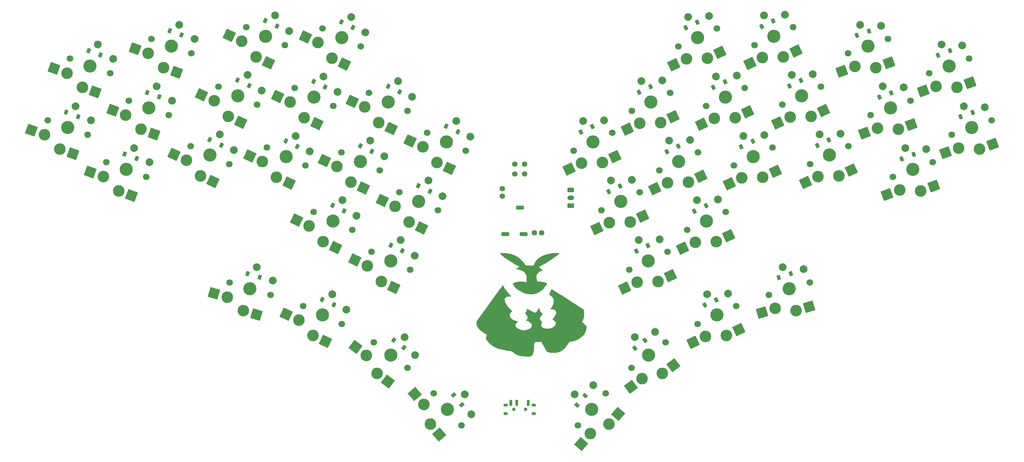
<source format=gbs>
%TF.GenerationSoftware,KiCad,Pcbnew,6.0.11-3.fc36*%
%TF.CreationDate,2023-03-10T01:36:50-05:00*%
%TF.ProjectId,moth,6d6f7468-2e6b-4696-9361-645f70636258,v1.0.0*%
%TF.SameCoordinates,Original*%
%TF.FileFunction,Soldermask,Bot*%
%TF.FilePolarity,Negative*%
%FSLAX46Y46*%
G04 Gerber Fmt 4.6, Leading zero omitted, Abs format (unit mm)*
G04 Created by KiCad (PCBNEW 6.0.11-3.fc36) date 2023-03-10 01:36:50*
%MOMM*%
%LPD*%
G01*
G04 APERTURE LIST*
G04 Aperture macros list*
%AMRoundRect*
0 Rectangle with rounded corners*
0 $1 Rounding radius*
0 $2 $3 $4 $5 $6 $7 $8 $9 X,Y pos of 4 corners*
0 Add a 4 corners polygon primitive as box body*
4,1,4,$2,$3,$4,$5,$6,$7,$8,$9,$2,$3,0*
0 Add four circle primitives for the rounded corners*
1,1,$1+$1,$2,$3*
1,1,$1+$1,$4,$5*
1,1,$1+$1,$6,$7*
1,1,$1+$1,$8,$9*
0 Add four rect primitives between the rounded corners*
20,1,$1+$1,$2,$3,$4,$5,0*
20,1,$1+$1,$4,$5,$6,$7,0*
20,1,$1+$1,$6,$7,$8,$9,0*
20,1,$1+$1,$8,$9,$2,$3,0*%
%AMRotRect*
0 Rectangle, with rotation*
0 The origin of the aperture is its center*
0 $1 length*
0 $2 width*
0 $3 Rotation angle, in degrees counterclockwise*
0 Add horizontal line*
21,1,$1,$2,0,0,$3*%
G04 Aperture macros list end*
%ADD10C,3.400000*%
%ADD11C,3.000000*%
%ADD12C,1.700000*%
%ADD13C,2.000000*%
%ADD14RotRect,2.600000X2.600000X205.000000*%
%ADD15RotRect,0.900000X1.200000X335.000000*%
%ADD16RotRect,2.600000X2.600000X155.000000*%
%ADD17RotRect,0.900000X1.200000X343.000000*%
%ADD18RotRect,2.600000X2.600000X200.000000*%
%ADD19RotRect,2.600000X2.600000X160.000000*%
%ADD20RotRect,0.900000X1.200000X25.000000*%
%ADD21RotRect,0.900000X1.200000X20.000000*%
%ADD22RotRect,0.900000X1.200000X49.000000*%
%ADD23C,1.397000*%
%ADD24RotRect,2.600000X2.600000X131.000000*%
%ADD25RotRect,2.600000X2.600000X217.000000*%
%ADD26RotRect,2.600000X2.600000X163.000000*%
%ADD27RotRect,0.900000X1.200000X340.000000*%
%ADD28RotRect,0.900000X1.200000X311.000000*%
%ADD29RotRect,0.900000X1.200000X17.000000*%
%ADD30RotRect,0.900000X1.200000X323.000000*%
%ADD31RotRect,2.600000X2.600000X143.000000*%
%ADD32RotRect,0.900000X1.200000X37.000000*%
%ADD33RotRect,2.600000X2.600000X197.000000*%
%ADD34RotRect,2.600000X2.600000X229.000000*%
%ADD35RoundRect,0.250000X0.750000X-0.250000X0.750000X0.250000X-0.750000X0.250000X-0.750000X-0.250000X0*%
%ADD36RoundRect,0.250000X-0.750000X0.250000X-0.750000X-0.250000X0.750000X-0.250000X0.750000X0.250000X0*%
%ADD37C,0.900000*%
%ADD38R,1.000000X0.800000*%
%ADD39R,0.700000X1.500000*%
%ADD40RoundRect,0.250000X0.625000X-0.350000X0.625000X0.350000X-0.625000X0.350000X-0.625000X-0.350000X0*%
%ADD41O,1.750000X1.200000*%
%ADD42RoundRect,0.300000X0.575000X-0.300000X0.575000X0.300000X-0.575000X0.300000X-0.575000X-0.300000X0*%
G04 APERTURE END LIST*
G36*
X199247122Y-159686119D02*
G01*
X200253838Y-159791857D01*
X201221277Y-160033920D01*
X202127107Y-160403616D01*
X202948996Y-160892254D01*
X203664614Y-161491145D01*
X203837800Y-161670599D01*
X204108193Y-161979309D01*
X204329519Y-162266232D01*
X204465952Y-162486854D01*
X204645361Y-162864353D01*
X205196777Y-162916433D01*
X205455624Y-162936815D01*
X205895573Y-162959879D01*
X206293556Y-162969095D01*
X206838919Y-162969678D01*
X206966288Y-162595870D01*
X207120781Y-162250209D01*
X207455934Y-161756346D01*
X207903351Y-161279511D01*
X208434770Y-160848621D01*
X209021929Y-160492592D01*
X209375422Y-160332887D01*
X209927748Y-160131827D01*
X210534788Y-159953065D01*
X211135482Y-159816144D01*
X211375403Y-159777236D01*
X211762414Y-159733740D01*
X212171702Y-159705101D01*
X212572383Y-159691601D01*
X212933573Y-159693525D01*
X213224385Y-159711157D01*
X213413935Y-159744780D01*
X213471337Y-159794678D01*
X213385156Y-159911549D01*
X213175644Y-160104931D01*
X212863784Y-160356543D01*
X212469180Y-160652891D01*
X212011439Y-160980482D01*
X211510165Y-161325824D01*
X210984964Y-161675424D01*
X210455441Y-162015788D01*
X209941201Y-162333424D01*
X209461850Y-162614838D01*
X209036993Y-162846538D01*
X208172909Y-163293620D01*
X208702394Y-163742815D01*
X209231879Y-164192009D01*
X208923908Y-164277398D01*
X208647816Y-164369048D01*
X208173050Y-164628553D01*
X207833317Y-164980284D01*
X207629400Y-165423275D01*
X207562083Y-165956560D01*
X207570372Y-166170051D01*
X207608071Y-166501393D01*
X207665735Y-166759194D01*
X207677367Y-166793598D01*
X207758958Y-166976037D01*
X207873078Y-167051561D01*
X208082502Y-167066452D01*
X208237828Y-167072120D01*
X208582665Y-167110393D01*
X208966409Y-167177395D01*
X209355542Y-167264447D01*
X209716547Y-167362870D01*
X210015905Y-167463982D01*
X210220100Y-167559106D01*
X210295613Y-167639560D01*
X210293566Y-167657762D01*
X210222552Y-167814842D01*
X210068066Y-168053369D01*
X209854460Y-168341714D01*
X209606084Y-168648249D01*
X209347289Y-168941342D01*
X209102428Y-169189366D01*
X208581129Y-169616530D01*
X207867943Y-170033997D01*
X207118021Y-170298565D01*
X206738558Y-170370586D01*
X205932352Y-170408339D01*
X205092710Y-170303553D01*
X204953568Y-170270593D01*
X204445375Y-170102463D01*
X203884646Y-169859980D01*
X203324359Y-169569870D01*
X202817491Y-169258861D01*
X202417021Y-168953679D01*
X202387498Y-168927097D01*
X202118952Y-168659937D01*
X201864268Y-168367222D01*
X201649765Y-168083470D01*
X201501764Y-167843199D01*
X201446581Y-167680926D01*
X201446583Y-167680561D01*
X201519550Y-167589980D01*
X201710400Y-167473418D01*
X201979476Y-167349195D01*
X202287121Y-167235630D01*
X202593678Y-167151043D01*
X202630440Y-167143291D01*
X203206542Y-167077651D01*
X203836168Y-167091882D01*
X204436550Y-167184483D01*
X204667391Y-167232937D01*
X204873756Y-167262781D01*
X204969131Y-167258122D01*
X204980035Y-167219456D01*
X204995853Y-167045552D01*
X205006730Y-166767942D01*
X205010775Y-166424435D01*
X205008331Y-166113710D01*
X204992735Y-165824101D01*
X204953736Y-165607348D01*
X204881194Y-165412459D01*
X204764968Y-165188443D01*
X204699744Y-165079703D01*
X204439061Y-164740948D01*
X204150452Y-164471885D01*
X204000301Y-164372979D01*
X203635084Y-164186530D01*
X203223386Y-164025965D01*
X202825848Y-163913404D01*
X202503112Y-163870968D01*
X202451772Y-163870187D01*
X202304040Y-163845544D01*
X202296255Y-163781149D01*
X202432503Y-163670009D01*
X202716868Y-163505132D01*
X202928274Y-163385701D01*
X203099497Y-163276846D01*
X203163945Y-163218358D01*
X203142946Y-163198488D01*
X203006378Y-163118755D01*
X202771016Y-162998426D01*
X202469985Y-162854853D01*
X202052488Y-162647540D01*
X201416804Y-162293536D01*
X200734179Y-161877018D01*
X200047826Y-161424625D01*
X199400960Y-160962996D01*
X199145119Y-160766951D01*
X198788766Y-160475766D01*
X198487286Y-160207983D01*
X198259989Y-159981989D01*
X198126183Y-159816176D01*
X198105177Y-159728931D01*
X198164122Y-159713845D01*
X198359798Y-159697010D01*
X198655812Y-159685770D01*
X199015787Y-159682000D01*
X199247122Y-159686119D01*
G37*
G36*
X198901051Y-168033801D02*
G01*
X198979067Y-168144561D01*
X199068119Y-168344114D01*
X199149185Y-168518002D01*
X199347899Y-168848278D01*
X199621424Y-169242111D01*
X199946229Y-169667730D01*
X200298783Y-170093368D01*
X200655557Y-170487258D01*
X201144814Y-170999355D01*
X200596614Y-170999355D01*
X200391299Y-171004255D01*
X199915311Y-171070946D01*
X199580010Y-171218804D01*
X199383081Y-171451777D01*
X199322209Y-171773815D01*
X199395081Y-172188867D01*
X199599380Y-172700882D01*
X199658765Y-172819510D01*
X199883711Y-173192371D01*
X200181384Y-173578103D01*
X200582306Y-174017594D01*
X201282111Y-174743531D01*
X201109821Y-174899346D01*
X201073978Y-174934931D01*
X200918473Y-175134731D01*
X200773843Y-175375886D01*
X200670903Y-175660280D01*
X200668162Y-176041564D01*
X200822558Y-176404493D01*
X201130235Y-176741158D01*
X201587333Y-177043647D01*
X201834627Y-177162388D01*
X202155095Y-177286728D01*
X202414333Y-177356384D01*
X202503636Y-177371322D01*
X202685281Y-177407095D01*
X202757549Y-177430301D01*
X202737500Y-177458535D01*
X202633639Y-177577331D01*
X202470907Y-177753265D01*
X202313902Y-177938456D01*
X202138053Y-178267698D01*
X202123170Y-178575783D01*
X202270011Y-178872609D01*
X202579334Y-179168075D01*
X202818834Y-179318183D01*
X203161949Y-179483599D01*
X203513083Y-179613705D01*
X203530353Y-179618942D01*
X203850370Y-179707920D01*
X204092456Y-179746216D01*
X204329465Y-179738842D01*
X204634249Y-179690806D01*
X205176315Y-179561486D01*
X205679900Y-179365656D01*
X206052367Y-179124752D01*
X206283406Y-178845664D01*
X206362710Y-178535284D01*
X206317241Y-178276364D01*
X206134980Y-177945479D01*
X205839963Y-177648998D01*
X205460856Y-177414106D01*
X205026329Y-177267990D01*
X204796078Y-177220855D01*
X204998904Y-176979810D01*
X205054942Y-176909087D01*
X205232842Y-176559211D01*
X205248407Y-176212954D01*
X205102813Y-175878568D01*
X204797235Y-175564308D01*
X204539480Y-175362585D01*
X204716948Y-175185117D01*
X204758550Y-175141211D01*
X204976277Y-174780378D01*
X205051742Y-174353376D01*
X205064819Y-174184110D01*
X205096620Y-174112903D01*
X205104954Y-174115204D01*
X205219735Y-174169842D01*
X205443129Y-174286204D01*
X205747395Y-174449636D01*
X206104791Y-174645484D01*
X206178496Y-174685965D01*
X206543427Y-174878533D01*
X206862916Y-175034840D01*
X207104760Y-175139733D01*
X207236760Y-175178065D01*
X207283401Y-175169639D01*
X207416600Y-175075818D01*
X207591651Y-174865388D01*
X207822650Y-174522581D01*
X207929132Y-174359754D01*
X208108174Y-174106507D01*
X208249821Y-173932062D01*
X208330317Y-173867097D01*
X208359503Y-173871738D01*
X208376798Y-173938242D01*
X208368793Y-174004237D01*
X208391244Y-174195033D01*
X208446803Y-174450339D01*
X208495966Y-174616266D01*
X208647244Y-174920635D01*
X208895219Y-175188845D01*
X209033816Y-175315336D01*
X209145925Y-175441170D01*
X209160017Y-175523581D01*
X209093492Y-175598523D01*
X209049888Y-175635777D01*
X208759613Y-175967571D01*
X208564450Y-176345748D01*
X208493033Y-176716974D01*
X208508856Y-176949844D01*
X208587791Y-177144559D01*
X208767327Y-177342892D01*
X209041621Y-177601584D01*
X208890230Y-177883869D01*
X208885702Y-177892369D01*
X208759346Y-178253524D01*
X208789025Y-178568498D01*
X208976092Y-178841020D01*
X209321898Y-179074820D01*
X209594828Y-179197753D01*
X209997917Y-179306089D01*
X210424804Y-179318030D01*
X210933799Y-179239535D01*
X211380584Y-179129633D01*
X211711993Y-179007588D01*
X211967344Y-178853669D01*
X212190602Y-178647154D01*
X212322496Y-178495418D01*
X212531815Y-178165554D01*
X212590286Y-177868665D01*
X212498891Y-177585223D01*
X212258615Y-177295701D01*
X212117460Y-177170790D01*
X211930145Y-177033864D01*
X211807970Y-176980645D01*
X211804761Y-176980632D01*
X211705433Y-176946075D01*
X211716843Y-176837908D01*
X211843846Y-176645465D01*
X212091295Y-176358079D01*
X212383204Y-175993236D01*
X212609940Y-175576511D01*
X212699457Y-175195200D01*
X212649003Y-174862642D01*
X212455823Y-174592176D01*
X212345973Y-174517448D01*
X212065651Y-174398472D01*
X211731730Y-174311347D01*
X211414180Y-174277231D01*
X211180811Y-174276774D01*
X211358658Y-174010484D01*
X211688777Y-173432564D01*
X211917352Y-172837627D01*
X212022768Y-172273875D01*
X211997106Y-171769112D01*
X211890368Y-171478644D01*
X211674947Y-171144891D01*
X211402335Y-170857324D01*
X211118259Y-170672976D01*
X211032831Y-170634553D01*
X210916529Y-170547536D01*
X210884154Y-170422668D01*
X210932958Y-170224115D01*
X211060191Y-169916046D01*
X211135873Y-169737334D01*
X211243007Y-169458160D01*
X211309429Y-169250776D01*
X211382587Y-169085452D01*
X211491475Y-169065525D01*
X211569799Y-169110586D01*
X211775609Y-169237652D01*
X212095123Y-169438393D01*
X212515898Y-169704888D01*
X213025489Y-170029216D01*
X213611453Y-170403456D01*
X214261346Y-170819687D01*
X214962725Y-171269987D01*
X215703145Y-171746437D01*
X219790976Y-174379826D01*
X219846704Y-174825857D01*
X219884585Y-175329019D01*
X219863400Y-175964574D01*
X219767874Y-176541192D01*
X219603125Y-177012936D01*
X219377965Y-177473147D01*
X219964939Y-178123212D01*
X220551914Y-178773276D01*
X220465533Y-179328120D01*
X220283104Y-180028859D01*
X219953707Y-180683566D01*
X219487843Y-181259687D01*
X218891858Y-181752016D01*
X218172097Y-182155347D01*
X217334907Y-182464476D01*
X216386633Y-182674195D01*
X216308460Y-182687651D01*
X216150825Y-182734474D01*
X216026591Y-182825621D01*
X215899194Y-182994660D01*
X215732072Y-183275161D01*
X215493421Y-183637409D01*
X215134540Y-184078741D01*
X214729094Y-184498131D01*
X214317508Y-184854277D01*
X213940209Y-185105876D01*
X213726125Y-185212856D01*
X213100297Y-185438542D01*
X212420668Y-185552888D01*
X211647549Y-185563823D01*
X211160685Y-185532489D01*
X210789018Y-185476272D01*
X210510362Y-185376993D01*
X210288916Y-185215852D01*
X210088880Y-184974052D01*
X209874453Y-184632795D01*
X209853167Y-184596440D01*
X209620062Y-184184520D01*
X209372395Y-183727435D01*
X209160334Y-183317580D01*
X208826406Y-182649032D01*
X208516332Y-182686679D01*
X208515598Y-182686768D01*
X208275080Y-182713593D01*
X207943261Y-182747682D01*
X207591742Y-182781680D01*
X206977226Y-182839032D01*
X206923584Y-183926189D01*
X206905008Y-184262097D01*
X206851373Y-184910841D01*
X206775293Y-185421430D01*
X206669080Y-185811414D01*
X206525047Y-186098344D01*
X206335508Y-186299770D01*
X206092775Y-186433244D01*
X205789162Y-186516317D01*
X205745183Y-186523033D01*
X205479453Y-186536631D01*
X205108765Y-186530424D01*
X204679045Y-186507394D01*
X204236221Y-186470528D01*
X203826220Y-186422810D01*
X203494968Y-186367224D01*
X202932340Y-186228347D01*
X202385211Y-186032782D01*
X201944120Y-185791404D01*
X201578263Y-185490117D01*
X201381724Y-185303084D01*
X201200930Y-185167839D01*
X201034401Y-185106623D01*
X200831093Y-185092258D01*
X200771322Y-185090858D01*
X200491810Y-185068607D01*
X200132917Y-185024890D01*
X199757153Y-184966999D01*
X198647028Y-184734261D01*
X197570977Y-184408412D01*
X196638916Y-184008251D01*
X195851541Y-183534139D01*
X195209550Y-182986434D01*
X194713637Y-182365495D01*
X194616052Y-182209578D01*
X194539930Y-182055688D01*
X194504748Y-181898974D01*
X194507651Y-181699843D01*
X194545781Y-181418705D01*
X194616283Y-181015968D01*
X194624345Y-180967021D01*
X194624857Y-180799568D01*
X194552635Y-180750028D01*
X194545835Y-180749645D01*
X194406676Y-180694105D01*
X194175135Y-180560123D01*
X193883476Y-180370195D01*
X193563964Y-180146814D01*
X193248863Y-179912475D01*
X192970438Y-179689672D01*
X192760953Y-179500900D01*
X192678956Y-179416409D01*
X192339175Y-178975990D01*
X192135896Y-178507074D01*
X192047874Y-177963871D01*
X192014366Y-177431290D01*
X195413864Y-172736407D01*
X195845966Y-172140241D01*
X196389227Y-171392443D01*
X196899141Y-170692479D01*
X197367889Y-170050979D01*
X197787655Y-169478576D01*
X198150620Y-168985900D01*
X198448967Y-168583585D01*
X198674878Y-168282261D01*
X198820536Y-168092561D01*
X198878122Y-168025117D01*
X198901051Y-168033801D01*
G37*
D10*
X249284969Y-103903793D03*
D11*
X246359379Y-109460854D03*
D12*
X244300276Y-106228193D03*
X254269662Y-101579393D03*
D11*
X251778417Y-109251009D03*
D13*
X246791521Y-98556577D03*
D14*
X255018467Y-107740149D03*
D13*
X252210559Y-98346732D03*
D14*
X243119329Y-110971714D03*
D15*
X125977727Y-131753942D03*
X122986912Y-130359302D03*
D12*
X164217696Y-118249600D03*
D11*
X166708941Y-125921216D03*
X163064901Y-121904878D03*
D10*
X169202389Y-120574000D03*
D12*
X174187082Y-122898400D03*
D13*
X171695837Y-115226784D03*
D16*
X169948992Y-127432076D03*
X159824850Y-120394018D03*
D13*
X175339877Y-119243122D03*
D17*
X135927029Y-165985219D03*
X132771223Y-165020393D03*
D10*
X305014343Y-138080360D03*
D11*
X301615556Y-143361293D03*
X307032262Y-143624546D03*
D12*
X310182652Y-136199249D03*
X299846034Y-139961471D03*
D18*
X310391663Y-142401824D03*
D13*
X302996424Y-132536174D03*
D18*
X298256155Y-144584015D03*
D13*
X308413130Y-132799427D03*
D12*
X157153028Y-178058300D03*
D11*
X149674887Y-181081116D03*
D12*
X147183642Y-173409500D03*
D11*
X146030847Y-177064778D03*
D10*
X152168335Y-175733900D03*
D16*
X152914938Y-182591976D03*
D13*
X154661783Y-170386684D03*
D16*
X142790796Y-175553918D03*
D13*
X158305823Y-174403022D03*
D11*
X89977715Y-116794946D03*
D10*
X91995634Y-111250760D03*
D11*
X85997494Y-113111491D03*
D12*
X86827325Y-109369649D03*
X97163943Y-113131871D03*
D19*
X93337116Y-118017668D03*
D13*
X94013553Y-105706574D03*
X97993774Y-109390029D03*
D19*
X82638093Y-111888769D03*
D20*
X249168321Y-99986027D03*
X246177505Y-101380667D03*
D10*
X320218709Y-127225534D03*
D11*
X322236628Y-132769720D03*
X316819922Y-132506467D03*
D12*
X325387018Y-125344423D03*
X315050400Y-129106645D03*
D13*
X318200790Y-121681348D03*
D18*
X325596029Y-131546998D03*
X313460521Y-133729189D03*
D13*
X323617496Y-121944601D03*
D20*
X229219788Y-142389518D03*
X226228972Y-143784158D03*
D21*
X305239594Y-134167336D03*
X302138608Y-135296002D03*
D12*
X154915214Y-121635426D03*
D11*
X147437073Y-124658242D03*
D12*
X144945828Y-116986626D03*
D11*
X143793033Y-120641904D03*
D10*
X149930521Y-119311026D03*
D13*
X152423969Y-113963810D03*
D16*
X150677124Y-126169102D03*
D13*
X156068009Y-117980148D03*
D16*
X140552982Y-119131044D03*
D22*
X220176456Y-196637036D03*
X218011461Y-199127577D03*
D15*
X172805256Y-159106867D03*
X169814441Y-157712227D03*
D20*
X276047318Y-115036593D03*
X273056502Y-116431233D03*
D23*
X201930000Y-136716000D03*
X204470000Y-136716000D03*
X201930000Y-139256000D03*
X204470000Y-139256000D03*
X198755000Y-144971000D03*
X198755000Y-143066000D03*
X207010000Y-154496000D03*
X208915000Y-154496000D03*
D20*
X283231828Y-130443826D03*
X280241012Y-131838466D03*
D15*
X133162237Y-116346709D03*
X130171422Y-114952069D03*
D12*
X304368309Y-120224474D03*
D11*
X295801213Y-127386518D03*
X301217919Y-127649771D03*
D10*
X299200000Y-122105585D03*
D12*
X294031691Y-123986696D03*
D13*
X297182081Y-116561399D03*
D18*
X304577320Y-126427049D03*
X292441812Y-128609240D03*
D13*
X302598787Y-116824652D03*
D15*
X164944081Y-133373582D03*
X161953266Y-131978942D03*
D20*
X256352831Y-115393260D03*
X253362015Y-116787900D03*
D12*
X188131807Y-204319551D03*
D10*
X184523482Y-200168648D03*
D12*
X180915157Y-196017745D03*
D11*
X178375290Y-198888124D03*
X180070695Y-204039396D03*
D24*
X182416107Y-206737483D03*
D13*
X188976269Y-196297900D03*
X190671674Y-201449172D03*
D24*
X176029879Y-196190038D03*
D12*
X251484787Y-121635426D03*
X261454173Y-116986626D03*
D11*
X253543890Y-124868087D03*
X258962928Y-124658242D03*
D10*
X256469480Y-119311026D03*
D14*
X262202978Y-123147382D03*
D13*
X253976032Y-113963810D03*
X259395070Y-113753965D03*
D14*
X250303840Y-126378947D03*
D12*
X227136619Y-128575652D03*
D11*
X219226336Y-136457113D03*
D10*
X222151926Y-130900052D03*
D11*
X224645374Y-136247268D03*
D12*
X217167233Y-133224452D03*
D14*
X227885424Y-134736408D03*
D13*
X219658478Y-125552836D03*
D14*
X215986286Y-137967973D03*
D13*
X225077516Y-125342991D03*
D10*
X169879054Y-161714517D03*
D11*
X167385606Y-167061733D03*
D12*
X174863747Y-164038917D03*
X164894361Y-159390117D03*
D11*
X163741566Y-163045395D03*
D13*
X172372502Y-156367301D03*
D16*
X170625657Y-168572593D03*
D13*
X176016542Y-160383639D03*
D16*
X160501515Y-161534535D03*
D11*
X240137386Y-190877304D03*
D12*
X240979172Y-182855371D03*
D10*
X236586677Y-186165354D03*
D12*
X232194182Y-189475337D03*
D11*
X234880397Y-192209244D03*
D13*
X233035968Y-181453404D03*
D25*
X242992508Y-188725815D03*
X232025275Y-194360733D03*
D13*
X238292957Y-180121464D03*
D11*
X174570116Y-151654500D03*
X170926076Y-147638162D03*
D12*
X182048257Y-148631684D03*
D10*
X177063564Y-146307284D03*
D12*
X172078871Y-143982884D03*
D13*
X179557012Y-140960068D03*
D16*
X177810167Y-153165360D03*
D13*
X183201052Y-144976406D03*
D16*
X167686025Y-146127302D03*
D10*
X107200000Y-122105585D03*
D11*
X101201860Y-123966316D03*
D12*
X102031691Y-120224474D03*
D11*
X105182081Y-127649771D03*
D12*
X112368309Y-123986696D03*
D19*
X108541482Y-128872493D03*
D13*
X109217919Y-116561399D03*
X113198140Y-120244854D03*
D19*
X97842459Y-122743594D03*
D12*
X128132542Y-167366696D03*
X138651894Y-170582784D03*
D11*
X131667225Y-174616938D03*
X127499682Y-171146840D03*
D10*
X133392218Y-168974740D03*
D13*
X135117211Y-163332542D03*
D26*
X135086014Y-175662167D03*
X124080892Y-170101611D03*
D13*
X139284754Y-166802640D03*
D11*
X233595357Y-167271578D03*
D10*
X236520947Y-161714517D03*
D11*
X239014395Y-167061733D03*
D12*
X231536254Y-164038917D03*
X241505640Y-159390117D03*
D14*
X242254445Y-165550873D03*
D13*
X234027499Y-156367301D03*
X239446537Y-156157456D03*
D14*
X230355307Y-168782438D03*
D20*
X222035278Y-126982286D03*
X219044462Y-128376926D03*
D12*
X298553967Y-104249700D03*
D10*
X293385658Y-106130811D03*
D11*
X289986871Y-111411744D03*
X295403577Y-111674997D03*
D12*
X288217349Y-108011922D03*
D13*
X291367739Y-100586625D03*
D18*
X298762978Y-110452275D03*
X286627470Y-112634466D03*
D13*
X296784445Y-100849878D03*
D21*
X299425252Y-118192561D03*
X296324266Y-119321227D03*
D11*
X251306076Y-181290961D03*
D12*
X259216359Y-173409500D03*
D10*
X254231666Y-175733900D03*
D12*
X249246973Y-178058300D03*
D11*
X256725114Y-181081116D03*
D14*
X259965164Y-179570256D03*
D13*
X251738218Y-170386684D03*
D14*
X248066026Y-182801821D03*
D13*
X257157256Y-170176839D03*
D15*
X179989766Y-143699634D03*
X176998951Y-142304994D03*
D27*
X94683430Y-108397997D03*
X91582444Y-107269331D03*
D15*
X172128591Y-117966350D03*
X169137776Y-116571710D03*
D10*
X157115031Y-103903793D03*
D11*
X150977543Y-105234671D03*
D12*
X152130338Y-101579393D03*
X162099724Y-106228193D03*
D11*
X154621583Y-109251009D03*
D13*
X159608479Y-98556577D03*
D16*
X157861634Y-110761869D03*
X147737492Y-103723811D03*
D13*
X163252519Y-102572915D03*
D27*
X115702139Y-103278049D03*
X112601153Y-102149383D03*
D28*
X188257327Y-198976635D03*
X186092333Y-196486094D03*
D10*
X130236035Y-118954359D03*
D12*
X125251342Y-116629959D03*
X135220728Y-121278759D03*
D11*
X127742587Y-124301575D03*
X124098547Y-120285237D03*
D13*
X132729483Y-113607143D03*
D16*
X130982638Y-125812435D03*
X120858496Y-118774377D03*
D13*
X136373523Y-117623481D03*
D20*
X236404299Y-157796751D03*
X233413483Y-159191391D03*
D15*
X152856723Y-116703376D03*
X149865908Y-115308736D03*
D12*
X288333169Y-132037191D03*
D11*
X285841924Y-139708807D03*
D12*
X278363783Y-136685991D03*
D11*
X280422886Y-139918652D03*
D10*
X283348476Y-134361591D03*
D13*
X280855028Y-129014375D03*
D14*
X289081974Y-138197947D03*
D13*
X286274066Y-128804530D03*
D14*
X277182836Y-141429512D03*
D10*
X162017879Y-135981232D03*
D11*
X155880391Y-137312110D03*
D12*
X157033186Y-133656832D03*
D11*
X159524431Y-141328448D03*
D12*
X167002572Y-138305632D03*
D13*
X164511327Y-130634016D03*
D16*
X162764482Y-142839308D03*
D13*
X168155367Y-134650354D03*
D16*
X152640340Y-135801250D03*
D29*
X273437517Y-165078867D03*
X270281711Y-166043694D03*
D15*
X155094537Y-173126250D03*
X152103722Y-171731610D03*
D12*
X232212919Y-122898400D03*
D11*
X234272022Y-126131061D03*
X239691060Y-125921216D03*
D12*
X242182305Y-118249600D03*
D10*
X237197612Y-120574000D03*
D13*
X234704164Y-115226784D03*
D14*
X242931110Y-124410356D03*
X231031972Y-127641921D03*
D13*
X240123202Y-115016939D03*
D12*
X142405238Y-105871527D03*
D11*
X131283057Y-104878005D03*
D12*
X132435852Y-101222727D03*
D11*
X134927097Y-108894343D03*
D10*
X137420545Y-103547127D03*
D16*
X138167148Y-110405203D03*
D13*
X139913993Y-98199911D03*
X143558033Y-102216249D03*
D16*
X128043006Y-103367145D03*
D11*
X178110586Y-132230930D03*
D10*
X184248074Y-130900052D03*
D11*
X181754626Y-136247268D03*
D12*
X189232767Y-133224452D03*
X179263381Y-128575652D03*
D16*
X184994677Y-137758128D03*
D13*
X186741522Y-125552836D03*
D16*
X174870535Y-130720070D03*
D13*
X190385562Y-129569174D03*
D10*
X142746011Y-134718258D03*
D11*
X136608523Y-136049136D03*
D12*
X137761318Y-132393858D03*
X147730704Y-137042658D03*
D11*
X140252563Y-140065474D03*
D16*
X143492614Y-141576334D03*
D13*
X145239459Y-129371042D03*
X148883499Y-133387380D03*
D16*
X133368472Y-134538276D03*
D30*
X173217743Y-184223080D03*
X170582246Y-182237091D03*
D11*
X311005580Y-116531693D03*
X316422286Y-116794946D03*
D12*
X309236058Y-113131871D03*
D10*
X314404367Y-111250760D03*
D12*
X319572676Y-109369649D03*
D13*
X312386448Y-105706574D03*
D18*
X319781687Y-115572224D03*
X307646179Y-117754415D03*
D13*
X317803154Y-105969827D03*
D11*
X166262615Y-190877304D03*
X163533249Y-186191094D03*
D10*
X169813324Y-186165354D03*
D12*
X165420829Y-182855371D03*
X174205819Y-189475337D03*
D13*
X173364033Y-181453404D03*
D31*
X169117737Y-193028792D03*
X160678127Y-184039605D03*
D13*
X176093399Y-186139614D03*
D11*
X120558076Y-139708807D03*
D12*
X128036217Y-136685991D03*
X118066831Y-132037191D03*
D11*
X116914036Y-135692469D03*
D10*
X123051524Y-134361591D03*
D16*
X123798127Y-141219667D03*
D13*
X125544972Y-129014375D03*
X129189012Y-133030713D03*
D16*
X113673985Y-134181609D03*
D27*
X88869088Y-124372772D03*
X85768102Y-123244106D03*
D15*
X160041234Y-101296143D03*
X157050419Y-99901503D03*
D32*
X235658028Y-182357454D03*
X233022531Y-184343443D03*
D27*
X104073454Y-135227598D03*
X100972468Y-134098932D03*
D12*
X281148659Y-116629959D03*
D11*
X273238376Y-124511420D03*
X278657414Y-124301575D03*
D10*
X276163966Y-118954359D03*
D12*
X271179273Y-121278759D03*
D14*
X281897464Y-122790715D03*
D13*
X273670518Y-113607143D03*
X279089556Y-113397298D03*
D14*
X269998326Y-126022280D03*
D10*
X268979456Y-103547127D03*
D11*
X266053866Y-109104188D03*
X271472904Y-108894343D03*
D12*
X273964149Y-101222727D03*
X263994763Y-105871527D03*
D13*
X266486008Y-98199911D03*
D14*
X274712954Y-107383483D03*
D13*
X271905046Y-97990066D03*
D14*
X262813816Y-110615048D03*
D20*
X268862807Y-99629361D03*
X265871991Y-101024001D03*
X254115018Y-171816134D03*
X251124202Y-173210774D03*
X251449984Y-147470699D03*
X248459168Y-148865339D03*
D12*
X149848675Y-149064065D03*
D10*
X154833368Y-151388465D03*
D11*
X148695880Y-152719343D03*
D12*
X159818061Y-153712865D03*
D11*
X152339920Y-156735681D03*
D16*
X155579971Y-158246541D03*
D13*
X157326816Y-146041249D03*
X160970856Y-150057587D03*
D16*
X145455829Y-151208483D03*
D21*
X314629618Y-107337735D03*
X311528632Y-108466401D03*
X320443961Y-123312510D03*
X317342975Y-124441176D03*
D12*
X278267459Y-167366696D03*
X267748107Y-170582784D03*
D11*
X269337272Y-174070557D03*
X274732776Y-174616938D03*
D10*
X273007783Y-168974740D03*
D13*
X271282790Y-163332542D03*
D33*
X278151566Y-173571709D03*
X265918482Y-175115785D03*
D13*
X276678294Y-163878923D03*
D20*
X244265474Y-132063466D03*
X241274658Y-133458106D03*
D21*
X293610909Y-102217787D03*
X290509923Y-103346453D03*
D15*
X140346748Y-100939477D03*
X137355933Y-99544837D03*
D12*
X249366815Y-133656832D03*
X239397429Y-138305632D03*
D10*
X244382122Y-135981232D03*
D11*
X246875570Y-141328448D03*
X241456532Y-141538293D03*
D13*
X241888674Y-130634016D03*
D14*
X250115620Y-139817588D03*
X238216482Y-143049153D03*
D13*
X247307712Y-130424171D03*
D10*
X113014343Y-106130811D03*
D12*
X107846034Y-104249700D03*
D11*
X107016203Y-107991542D03*
X110996424Y-111674997D03*
D12*
X118182652Y-108011922D03*
D19*
X114355825Y-112897719D03*
D13*
X115032262Y-100586625D03*
X119012483Y-104270080D03*
D19*
X103656802Y-106768820D03*
D12*
X256551325Y-149064065D03*
D11*
X248641042Y-156945526D03*
X254060080Y-156735681D03*
D12*
X246581939Y-153712865D03*
D10*
X251566632Y-151388465D03*
D13*
X249073184Y-146041249D03*
D14*
X257300130Y-155224821D03*
D13*
X254492222Y-145831404D03*
D14*
X245400992Y-158456386D03*
D15*
X145672213Y-132110608D03*
X142681398Y-130715968D03*
X187174277Y-128292402D03*
X184183462Y-126897762D03*
X157759571Y-148780815D03*
X154768756Y-147386175D03*
D12*
X234321130Y-143982884D03*
X224351744Y-148631684D03*
D11*
X231829885Y-151654500D03*
X226410847Y-151864345D03*
D10*
X229336437Y-146307284D03*
D14*
X235069935Y-150143640D03*
D13*
X226842989Y-140960068D03*
D14*
X223170797Y-153375205D03*
D13*
X232262027Y-140750223D03*
D11*
X99367739Y-143624546D03*
D10*
X101385658Y-138080360D03*
D11*
X95387518Y-139941091D03*
D12*
X96217349Y-136199249D03*
X106553967Y-139961471D03*
D13*
X103403577Y-132536174D03*
D19*
X102727140Y-144847268D03*
X92028117Y-138718369D03*
D13*
X107383798Y-136219629D03*
D20*
X237080963Y-116656234D03*
X234090147Y-118050874D03*
D10*
X221876519Y-200168648D03*
D11*
X226329306Y-204039396D03*
D12*
X218268194Y-204319551D03*
X225484844Y-196017745D03*
D11*
X221464120Y-206435220D03*
D34*
X228674717Y-201341310D03*
D13*
X217423732Y-196297900D03*
D34*
X219118709Y-209133307D03*
D13*
X222288918Y-193902076D03*
D12*
X81012982Y-125344423D03*
D11*
X80183151Y-129086265D03*
D12*
X91349600Y-129106645D03*
D11*
X84163372Y-132769720D03*
D10*
X86181291Y-127225534D03*
D13*
X88199210Y-121681348D03*
D19*
X87522773Y-133992442D03*
X76823750Y-127863543D03*
D13*
X92179431Y-125364803D03*
D20*
X263537342Y-130800492D03*
X260546526Y-132195132D03*
D12*
X268638683Y-132393858D03*
D11*
X260728400Y-140275319D03*
D12*
X258669297Y-137042658D03*
D10*
X263653990Y-134718258D03*
D11*
X266147438Y-140065474D03*
D13*
X261160542Y-129371042D03*
D14*
X269387488Y-138554614D03*
X257488350Y-141786179D03*
D13*
X266579580Y-129161197D03*
D27*
X109887797Y-119252823D03*
X106786811Y-118124157D03*
D35*
X204216000Y-154813000D03*
D36*
X203327000Y-147955000D03*
D37*
X201700000Y-200228000D03*
D38*
X199550000Y-201328000D03*
X206850000Y-199118000D03*
X206850000Y-201328000D03*
X199550000Y-199118000D03*
D37*
X204700000Y-200228000D03*
D39*
X205450000Y-198468000D03*
X202450000Y-198468000D03*
X200950000Y-198468000D03*
D40*
X216431000Y-147415000D03*
D41*
X216431000Y-145415000D03*
D42*
X216431000Y-143415000D03*
D35*
X199517000Y-154813000D03*
M02*

</source>
